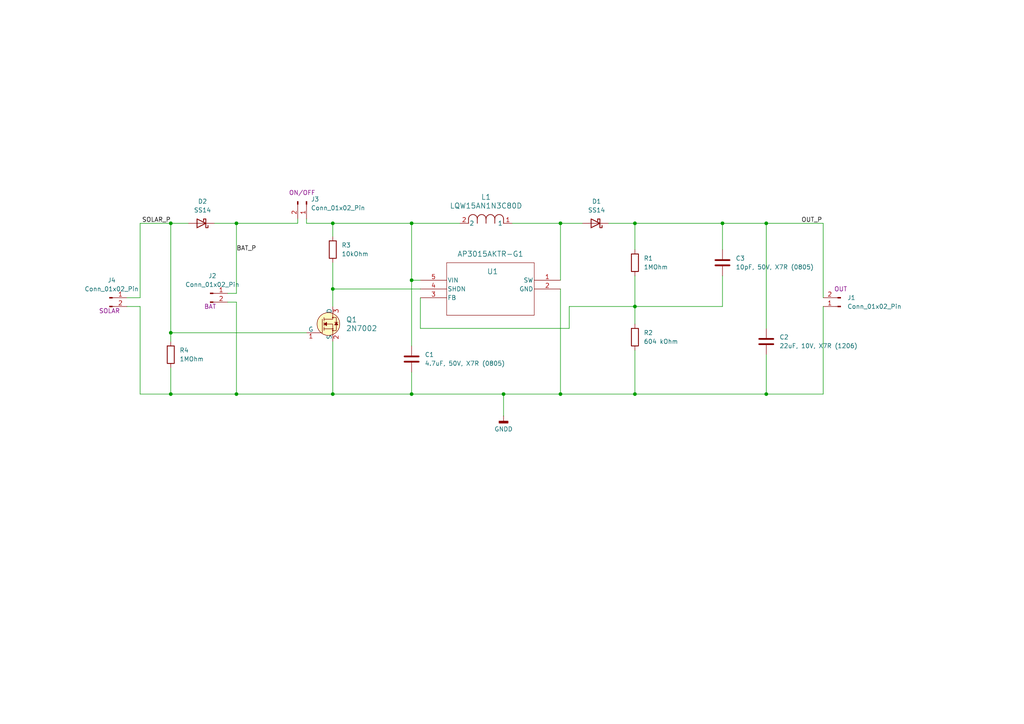
<source format=kicad_sch>
(kicad_sch
	(version 20250114)
	(generator "eeschema")
	(generator_version "9.0")
	(uuid "3860ab2f-ca5c-47a6-8c1c-d00d3bf2fca7")
	(paper "A4")
	(title_block
		(title "Elektor's Solar Power Supply")
		(date "2025-12-09")
		(company "YUKESH.S 2024104010")
		(comment 1 "Redesigning Tiny Solar Power Supply")
		(comment 2 "Designed by Clemens Valens for Elektor for Kicad Like pro.")
	)
	(lib_symbols
		(symbol "2025-12-05_18-22-29:LQW15AN1N3C80D"
			(pin_names
				(offset 0.254)
			)
			(exclude_from_sim no)
			(in_bom yes)
			(on_board yes)
			(property "Reference" "L"
				(at 6.985 5.08 0)
				(effects
					(font
						(size 1.524 1.524)
					)
				)
			)
			(property "Value" "LQW15AN1N3C80D"
				(at 6.985 -2.54 0)
				(effects
					(font
						(size 1.524 1.524)
					)
				)
			)
			(property "Footprint" "IND_LQW15_MUR"
				(at 0 0 0)
				(effects
					(font
						(size 1.27 1.27)
						(italic yes)
					)
					(hide yes)
				)
			)
			(property "Datasheet" "LQW15AN1N3C80D"
				(at 0 0 0)
				(effects
					(font
						(size 1.27 1.27)
						(italic yes)
					)
					(hide yes)
				)
			)
			(property "Description" ""
				(at 0 0 0)
				(effects
					(font
						(size 1.27 1.27)
					)
					(hide yes)
				)
			)
			(property "ki_locked" ""
				(at 0 0 0)
				(effects
					(font
						(size 1.27 1.27)
					)
				)
			)
			(property "ki_keywords" "LQW15AN1N3C80D"
				(at 0 0 0)
				(effects
					(font
						(size 1.27 1.27)
					)
					(hide yes)
				)
			)
			(property "ki_fp_filters" "IND_LQW15_MUR IND_LQW15_MUR-M IND_LQW15_MUR-L"
				(at 0 0 0)
				(effects
					(font
						(size 1.27 1.27)
					)
					(hide yes)
				)
			)
			(symbol "LQW15AN1N3C80D_1_1"
				(polyline
					(pts
						(xy 2.54 0) (xy 2.54 1.27)
					)
					(stroke
						(width 0.2032)
						(type default)
					)
					(fill
						(type none)
					)
				)
				(arc
					(start 2.54 1.27)
					(mid 3.81 2.5344)
					(end 5.08 1.27)
					(stroke
						(width 0.2032)
						(type default)
					)
					(fill
						(type none)
					)
				)
				(polyline
					(pts
						(xy 5.08 0) (xy 5.08 1.27)
					)
					(stroke
						(width 0.2032)
						(type default)
					)
					(fill
						(type none)
					)
				)
				(arc
					(start 5.08 1.27)
					(mid 6.35 2.5344)
					(end 7.62 1.27)
					(stroke
						(width 0.2032)
						(type default)
					)
					(fill
						(type none)
					)
				)
				(polyline
					(pts
						(xy 7.62 0) (xy 7.62 1.27)
					)
					(stroke
						(width 0.2032)
						(type default)
					)
					(fill
						(type none)
					)
				)
				(arc
					(start 7.62 1.27)
					(mid 8.89 2.5344)
					(end 10.16 1.27)
					(stroke
						(width 0.2032)
						(type default)
					)
					(fill
						(type none)
					)
				)
				(polyline
					(pts
						(xy 10.16 0) (xy 10.16 1.27)
					)
					(stroke
						(width 0.2032)
						(type default)
					)
					(fill
						(type none)
					)
				)
				(arc
					(start 10.16 1.27)
					(mid 11.43 2.5344)
					(end 12.7 1.27)
					(stroke
						(width 0.2032)
						(type default)
					)
					(fill
						(type none)
					)
				)
				(polyline
					(pts
						(xy 12.7 0) (xy 12.7 1.27)
					)
					(stroke
						(width 0.2032)
						(type default)
					)
					(fill
						(type none)
					)
				)
				(pin passive line
					(at 0 0 0)
					(length 2.54)
					(name "2"
						(effects
							(font
								(size 1.27 1.27)
							)
						)
					)
					(number "2"
						(effects
							(font
								(size 1.27 1.27)
							)
						)
					)
				)
				(pin passive line
					(at 15.24 0 180)
					(length 2.54)
					(name "1"
						(effects
							(font
								(size 1.27 1.27)
							)
						)
					)
					(number "1"
						(effects
							(font
								(size 1.27 1.27)
							)
						)
					)
				)
			)
			(symbol "LQW15AN1N3C80D_1_2"
				(arc
					(start -1.27 10.16)
					(mid -2.5344 11.43)
					(end -1.27 12.7)
					(stroke
						(width 0.2032)
						(type default)
					)
					(fill
						(type none)
					)
				)
				(arc
					(start -1.27 7.62)
					(mid -2.5344 8.89)
					(end -1.27 10.16)
					(stroke
						(width 0.2032)
						(type default)
					)
					(fill
						(type none)
					)
				)
				(arc
					(start -1.27 5.08)
					(mid -2.5344 6.35)
					(end -1.27 7.62)
					(stroke
						(width 0.2032)
						(type default)
					)
					(fill
						(type none)
					)
				)
				(arc
					(start -1.27 2.54)
					(mid -2.5344 3.81)
					(end -1.27 5.08)
					(stroke
						(width 0.2032)
						(type default)
					)
					(fill
						(type none)
					)
				)
				(polyline
					(pts
						(xy 0 12.7) (xy -1.27 12.7)
					)
					(stroke
						(width 0.2032)
						(type default)
					)
					(fill
						(type none)
					)
				)
				(polyline
					(pts
						(xy 0 10.16) (xy -1.27 10.16)
					)
					(stroke
						(width 0.2032)
						(type default)
					)
					(fill
						(type none)
					)
				)
				(polyline
					(pts
						(xy 0 7.62) (xy -1.27 7.62)
					)
					(stroke
						(width 0.2032)
						(type default)
					)
					(fill
						(type none)
					)
				)
				(polyline
					(pts
						(xy 0 5.08) (xy -1.27 5.08)
					)
					(stroke
						(width 0.2032)
						(type default)
					)
					(fill
						(type none)
					)
				)
				(polyline
					(pts
						(xy 0 2.54) (xy -1.27 2.54)
					)
					(stroke
						(width 0.2032)
						(type default)
					)
					(fill
						(type none)
					)
				)
				(pin unspecified line
					(at 0 15.24 270)
					(length 2.54)
					(name "1"
						(effects
							(font
								(size 1.27 1.27)
							)
						)
					)
					(number "1"
						(effects
							(font
								(size 1.27 1.27)
							)
						)
					)
				)
				(pin unspecified line
					(at 0 0 90)
					(length 2.54)
					(name "2"
						(effects
							(font
								(size 1.27 1.27)
							)
						)
					)
					(number "2"
						(effects
							(font
								(size 1.27 1.27)
							)
						)
					)
				)
			)
			(embedded_fonts no)
		)
		(symbol "2025-12-06_02-53-56:AP3015AKTR-G1"
			(pin_names
				(offset 0.254)
			)
			(exclude_from_sim no)
			(in_bom yes)
			(on_board yes)
			(property "Reference" "U1"
				(at 19.685 2.54 0)
				(effects
					(font
						(size 1.524 1.524)
					)
				)
			)
			(property "Value" "AP3015AKTR-G1"
				(at 20.32 7.62 0)
				(effects
					(font
						(size 1.524 1.524)
					)
				)
			)
			(property "Footprint" "footprints:SOT23-5_1P55X2P9_DIO"
				(at 0 0 0)
				(effects
					(font
						(size 1.27 1.27)
						(italic yes)
					)
					(hide yes)
				)
			)
			(property "Datasheet" "AP3015AKTR-G1"
				(at 0 0 0)
				(effects
					(font
						(size 1.27 1.27)
						(italic yes)
					)
					(hide yes)
				)
			)
			(property "Description" ""
				(at 0 0 0)
				(effects
					(font
						(size 1.27 1.27)
					)
					(hide yes)
				)
			)
			(property "ki_locked" ""
				(at 0 0 0)
				(effects
					(font
						(size 1.27 1.27)
					)
				)
			)
			(property "ki_keywords" "AP3015AKTR-G1"
				(at 0 0 0)
				(effects
					(font
						(size 1.27 1.27)
					)
					(hide yes)
				)
			)
			(property "ki_fp_filters" "SOT23-5_1P55X2P9_DIO SOT23-5_1P55X2P9_DIO-M SOT23-5_1P55X2P9_DIO-L"
				(at 0 0 0)
				(effects
					(font
						(size 1.27 1.27)
					)
					(hide yes)
				)
			)
			(symbol "AP3015AKTR-G1_0_1"
				(polyline
					(pts
						(xy 7.62 5.08) (xy 7.62 -10.16)
					)
					(stroke
						(width 0.127)
						(type default)
					)
					(fill
						(type none)
					)
				)
				(polyline
					(pts
						(xy 7.62 -10.16) (xy 33.02 -10.16)
					)
					(stroke
						(width 0.127)
						(type default)
					)
					(fill
						(type none)
					)
				)
				(polyline
					(pts
						(xy 33.02 5.08) (xy 7.62 5.08)
					)
					(stroke
						(width 0.127)
						(type default)
					)
					(fill
						(type none)
					)
				)
				(polyline
					(pts
						(xy 33.02 -10.16) (xy 33.02 5.08)
					)
					(stroke
						(width 0.127)
						(type default)
					)
					(fill
						(type none)
					)
				)
				(pin output line
					(at 0 0 0)
					(length 7.62)
					(name "SW"
						(effects
							(font
								(size 1.27 1.27)
							)
						)
					)
					(number "1"
						(effects
							(font
								(size 1.27 1.27)
							)
						)
					)
				)
				(pin power_out line
					(at 0 -2.54 0)
					(length 7.62)
					(name "GND"
						(effects
							(font
								(size 1.27 1.27)
							)
						)
					)
					(number "2"
						(effects
							(font
								(size 1.27 1.27)
							)
						)
					)
				)
				(pin input line
					(at 40.64 0 180)
					(length 7.62)
					(name "VIN"
						(effects
							(font
								(size 1.27 1.27)
							)
						)
					)
					(number "5"
						(effects
							(font
								(size 1.27 1.27)
							)
						)
					)
				)
				(pin input line
					(at 40.64 -2.54 180)
					(length 7.62)
					(name "SHDN"
						(effects
							(font
								(size 1.27 1.27)
							)
						)
					)
					(number "4"
						(effects
							(font
								(size 1.27 1.27)
							)
						)
					)
				)
				(pin input line
					(at 40.64 -5.08 180)
					(length 7.62)
					(name "FB"
						(effects
							(font
								(size 1.27 1.27)
							)
						)
					)
					(number "3"
						(effects
							(font
								(size 1.27 1.27)
							)
						)
					)
				)
			)
			(embedded_fonts no)
		)
		(symbol "Connector:Conn_01x02_Pin"
			(pin_names
				(offset 1.016)
				(hide yes)
			)
			(exclude_from_sim no)
			(in_bom yes)
			(on_board yes)
			(property "Reference" "J"
				(at 0 2.54 0)
				(effects
					(font
						(size 1.27 1.27)
					)
				)
			)
			(property "Value" "Conn_01x02_Pin"
				(at 0 -5.08 0)
				(effects
					(font
						(size 1.27 1.27)
					)
				)
			)
			(property "Footprint" ""
				(at 0 0 0)
				(effects
					(font
						(size 1.27 1.27)
					)
					(hide yes)
				)
			)
			(property "Datasheet" "~"
				(at 0 0 0)
				(effects
					(font
						(size 1.27 1.27)
					)
					(hide yes)
				)
			)
			(property "Description" "Generic connector, single row, 01x02, script generated"
				(at 0 0 0)
				(effects
					(font
						(size 1.27 1.27)
					)
					(hide yes)
				)
			)
			(property "ki_locked" ""
				(at 0 0 0)
				(effects
					(font
						(size 1.27 1.27)
					)
				)
			)
			(property "ki_keywords" "connector"
				(at 0 0 0)
				(effects
					(font
						(size 1.27 1.27)
					)
					(hide yes)
				)
			)
			(property "ki_fp_filters" "Connector*:*_1x??_*"
				(at 0 0 0)
				(effects
					(font
						(size 1.27 1.27)
					)
					(hide yes)
				)
			)
			(symbol "Conn_01x02_Pin_1_1"
				(rectangle
					(start 0.8636 0.127)
					(end 0 -0.127)
					(stroke
						(width 0.1524)
						(type default)
					)
					(fill
						(type outline)
					)
				)
				(rectangle
					(start 0.8636 -2.413)
					(end 0 -2.667)
					(stroke
						(width 0.1524)
						(type default)
					)
					(fill
						(type outline)
					)
				)
				(polyline
					(pts
						(xy 1.27 0) (xy 0.8636 0)
					)
					(stroke
						(width 0.1524)
						(type default)
					)
					(fill
						(type none)
					)
				)
				(polyline
					(pts
						(xy 1.27 -2.54) (xy 0.8636 -2.54)
					)
					(stroke
						(width 0.1524)
						(type default)
					)
					(fill
						(type none)
					)
				)
				(pin passive line
					(at 5.08 0 180)
					(length 3.81)
					(name "Pin_1"
						(effects
							(font
								(size 1.27 1.27)
							)
						)
					)
					(number "1"
						(effects
							(font
								(size 1.27 1.27)
							)
						)
					)
				)
				(pin passive line
					(at 5.08 -2.54 180)
					(length 3.81)
					(name "Pin_2"
						(effects
							(font
								(size 1.27 1.27)
							)
						)
					)
					(number "2"
						(effects
							(font
								(size 1.27 1.27)
							)
						)
					)
				)
			)
			(embedded_fonts no)
		)
		(symbol "Device:C"
			(pin_numbers
				(hide yes)
			)
			(pin_names
				(offset 0.254)
			)
			(exclude_from_sim no)
			(in_bom yes)
			(on_board yes)
			(property "Reference" "C"
				(at 0.635 2.54 0)
				(effects
					(font
						(size 1.27 1.27)
					)
					(justify left)
				)
			)
			(property "Value" "C"
				(at 0.635 -2.54 0)
				(effects
					(font
						(size 1.27 1.27)
					)
					(justify left)
				)
			)
			(property "Footprint" ""
				(at 0.9652 -3.81 0)
				(effects
					(font
						(size 1.27 1.27)
					)
					(hide yes)
				)
			)
			(property "Datasheet" "~"
				(at 0 0 0)
				(effects
					(font
						(size 1.27 1.27)
					)
					(hide yes)
				)
			)
			(property "Description" "Unpolarized capacitor"
				(at 0 0 0)
				(effects
					(font
						(size 1.27 1.27)
					)
					(hide yes)
				)
			)
			(property "ki_keywords" "cap capacitor"
				(at 0 0 0)
				(effects
					(font
						(size 1.27 1.27)
					)
					(hide yes)
				)
			)
			(property "ki_fp_filters" "C_*"
				(at 0 0 0)
				(effects
					(font
						(size 1.27 1.27)
					)
					(hide yes)
				)
			)
			(symbol "C_0_1"
				(polyline
					(pts
						(xy -2.032 0.762) (xy 2.032 0.762)
					)
					(stroke
						(width 0.508)
						(type default)
					)
					(fill
						(type none)
					)
				)
				(polyline
					(pts
						(xy -2.032 -0.762) (xy 2.032 -0.762)
					)
					(stroke
						(width 0.508)
						(type default)
					)
					(fill
						(type none)
					)
				)
			)
			(symbol "C_1_1"
				(pin passive line
					(at 0 3.81 270)
					(length 2.794)
					(name "~"
						(effects
							(font
								(size 1.27 1.27)
							)
						)
					)
					(number "1"
						(effects
							(font
								(size 1.27 1.27)
							)
						)
					)
				)
				(pin passive line
					(at 0 -3.81 90)
					(length 2.794)
					(name "~"
						(effects
							(font
								(size 1.27 1.27)
							)
						)
					)
					(number "2"
						(effects
							(font
								(size 1.27 1.27)
							)
						)
					)
				)
			)
			(embedded_fonts no)
		)
		(symbol "Device:R"
			(pin_numbers
				(hide yes)
			)
			(pin_names
				(offset 0)
			)
			(exclude_from_sim no)
			(in_bom yes)
			(on_board yes)
			(property "Reference" "R"
				(at 2.032 0 90)
				(effects
					(font
						(size 1.27 1.27)
					)
				)
			)
			(property "Value" "R"
				(at 0 0 90)
				(effects
					(font
						(size 1.27 1.27)
					)
				)
			)
			(property "Footprint" ""
				(at -1.778 0 90)
				(effects
					(font
						(size 1.27 1.27)
					)
					(hide yes)
				)
			)
			(property "Datasheet" "~"
				(at 0 0 0)
				(effects
					(font
						(size 1.27 1.27)
					)
					(hide yes)
				)
			)
			(property "Description" "Resistor"
				(at 0 0 0)
				(effects
					(font
						(size 1.27 1.27)
					)
					(hide yes)
				)
			)
			(property "ki_keywords" "R res resistor"
				(at 0 0 0)
				(effects
					(font
						(size 1.27 1.27)
					)
					(hide yes)
				)
			)
			(property "ki_fp_filters" "R_*"
				(at 0 0 0)
				(effects
					(font
						(size 1.27 1.27)
					)
					(hide yes)
				)
			)
			(symbol "R_0_1"
				(rectangle
					(start -1.016 -2.54)
					(end 1.016 2.54)
					(stroke
						(width 0.254)
						(type default)
					)
					(fill
						(type none)
					)
				)
			)
			(symbol "R_1_1"
				(pin passive line
					(at 0 3.81 270)
					(length 1.27)
					(name "~"
						(effects
							(font
								(size 1.27 1.27)
							)
						)
					)
					(number "1"
						(effects
							(font
								(size 1.27 1.27)
							)
						)
					)
				)
				(pin passive line
					(at 0 -3.81 90)
					(length 1.27)
					(name "~"
						(effects
							(font
								(size 1.27 1.27)
							)
						)
					)
					(number "2"
						(effects
							(font
								(size 1.27 1.27)
							)
						)
					)
				)
			)
			(embedded_fonts no)
		)
		(symbol "Diode:SS14"
			(pin_numbers
				(hide yes)
			)
			(pin_names
				(offset 1.016)
				(hide yes)
			)
			(exclude_from_sim no)
			(in_bom yes)
			(on_board yes)
			(property "Reference" "D"
				(at 0 2.54 0)
				(effects
					(font
						(size 1.27 1.27)
					)
				)
			)
			(property "Value" "SS14"
				(at 0 -2.54 0)
				(effects
					(font
						(size 1.27 1.27)
					)
				)
			)
			(property "Footprint" "Diode_SMD:D_SMA"
				(at 0 -4.445 0)
				(effects
					(font
						(size 1.27 1.27)
					)
					(hide yes)
				)
			)
			(property "Datasheet" "https://www.vishay.com/docs/88746/ss12.pdf"
				(at 0 0 0)
				(effects
					(font
						(size 1.27 1.27)
					)
					(hide yes)
				)
			)
			(property "Description" "40V 1A Schottky Diode, SMA"
				(at 0 0 0)
				(effects
					(font
						(size 1.27 1.27)
					)
					(hide yes)
				)
			)
			(property "ki_keywords" "diode Schottky"
				(at 0 0 0)
				(effects
					(font
						(size 1.27 1.27)
					)
					(hide yes)
				)
			)
			(property "ki_fp_filters" "D*SMA*"
				(at 0 0 0)
				(effects
					(font
						(size 1.27 1.27)
					)
					(hide yes)
				)
			)
			(symbol "SS14_0_1"
				(polyline
					(pts
						(xy -1.905 0.635) (xy -1.905 1.27) (xy -1.27 1.27) (xy -1.27 -1.27) (xy -0.635 -1.27) (xy -0.635 -0.635)
					)
					(stroke
						(width 0.254)
						(type default)
					)
					(fill
						(type none)
					)
				)
				(polyline
					(pts
						(xy 1.27 1.27) (xy 1.27 -1.27) (xy -1.27 0) (xy 1.27 1.27)
					)
					(stroke
						(width 0.254)
						(type default)
					)
					(fill
						(type none)
					)
				)
				(polyline
					(pts
						(xy 1.27 0) (xy -1.27 0)
					)
					(stroke
						(width 0)
						(type default)
					)
					(fill
						(type none)
					)
				)
			)
			(symbol "SS14_1_1"
				(pin passive line
					(at -3.81 0 0)
					(length 2.54)
					(name "K"
						(effects
							(font
								(size 1.27 1.27)
							)
						)
					)
					(number "1"
						(effects
							(font
								(size 1.27 1.27)
							)
						)
					)
				)
				(pin passive line
					(at 3.81 0 180)
					(length 2.54)
					(name "A"
						(effects
							(font
								(size 1.27 1.27)
							)
						)
					)
					(number "2"
						(effects
							(font
								(size 1.27 1.27)
							)
						)
					)
				)
			)
			(embedded_fonts no)
		)
		(symbol "dk_Transistors-FETs-MOSFETs-Single:2N7002"
			(pin_names
				(offset 0)
			)
			(exclude_from_sim no)
			(in_bom yes)
			(on_board yes)
			(property "Reference" "Q"
				(at -2.6924 3.6322 0)
				(effects
					(font
						(size 1.524 1.524)
					)
					(justify right)
				)
			)
			(property "Value" "2N7002"
				(at 3.4544 0 90)
				(effects
					(font
						(size 1.524 1.524)
					)
				)
			)
			(property "Footprint" "digikey-footprints:SOT-23-3"
				(at 5.08 5.08 0)
				(effects
					(font
						(size 1.524 1.524)
					)
					(justify left)
					(hide yes)
				)
			)
			(property "Datasheet" "https://www.onsemi.com/pub/Collateral/NDS7002A-D.PDF"
				(at 5.08 7.62 0)
				(effects
					(font
						(size 1.524 1.524)
					)
					(justify left)
					(hide yes)
				)
			)
			(property "Description" "MOSFET N-CH 60V 115MA SOT-23"
				(at 0 0 0)
				(effects
					(font
						(size 1.27 1.27)
					)
					(hide yes)
				)
			)
			(property "Digi-Key_PN" "2N7002NCT-ND"
				(at 5.08 10.16 0)
				(effects
					(font
						(size 1.524 1.524)
					)
					(justify left)
					(hide yes)
				)
			)
			(property "MPN" "2N7002"
				(at 5.08 12.7 0)
				(effects
					(font
						(size 1.524 1.524)
					)
					(justify left)
					(hide yes)
				)
			)
			(property "Category" "Discrete Semiconductor Products"
				(at 5.08 15.24 0)
				(effects
					(font
						(size 1.524 1.524)
					)
					(justify left)
					(hide yes)
				)
			)
			(property "Family" "Transistors - FETs, MOSFETs - Single"
				(at 5.08 17.78 0)
				(effects
					(font
						(size 1.524 1.524)
					)
					(justify left)
					(hide yes)
				)
			)
			(property "DK_Datasheet_Link" "https://www.onsemi.com/pub/Collateral/NDS7002A-D.PDF"
				(at 5.08 20.32 0)
				(effects
					(font
						(size 1.524 1.524)
					)
					(justify left)
					(hide yes)
				)
			)
			(property "DK_Detail_Page" "/product-detail/en/on-semiconductor/2N7002/2N7002NCT-ND/244664"
				(at 5.08 22.86 0)
				(effects
					(font
						(size 1.524 1.524)
					)
					(justify left)
					(hide yes)
				)
			)
			(property "Description_1" "MOSFET N-CH 60V 115MA SOT-23"
				(at 5.08 25.4 0)
				(effects
					(font
						(size 1.524 1.524)
					)
					(justify left)
					(hide yes)
				)
			)
			(property "Manufacturer" "ON Semiconductor"
				(at 5.08 27.94 0)
				(effects
					(font
						(size 1.524 1.524)
					)
					(justify left)
					(hide yes)
				)
			)
			(property "Status" "Active"
				(at 5.08 30.48 0)
				(effects
					(font
						(size 1.524 1.524)
					)
					(justify left)
					(hide yes)
				)
			)
			(property "ki_keywords" "2N7002NCT-ND"
				(at 0 0 0)
				(effects
					(font
						(size 1.27 1.27)
					)
					(hide yes)
				)
			)
			(symbol "2N7002_0_1"
				(polyline
					(pts
						(xy -5.08 -2.54) (xy -3.048 -2.54) (xy -3.048 1.397)
					)
					(stroke
						(width 0)
						(type solid)
					)
					(fill
						(type none)
					)
				)
				(circle
					(center -1.27 0)
					(radius 3.302)
					(stroke
						(width 0)
						(type solid)
					)
					(fill
						(type background)
					)
				)
				(polyline
					(pts
						(xy -0.127 -1.905) (xy 1.016 -1.905) (xy 1.016 1.397) (xy 1.016 1.905) (xy -0.127 1.905)
					)
					(stroke
						(width 0)
						(type solid)
					)
					(fill
						(type none)
					)
				)
				(polyline
					(pts
						(xy 0 2.54) (xy 0 1.397) (xy -2.54 1.397)
					)
					(stroke
						(width 0)
						(type solid)
					)
					(fill
						(type none)
					)
				)
				(circle
					(center 0 1.905)
					(radius 0.127)
					(stroke
						(width 0)
						(type solid)
					)
					(fill
						(type none)
					)
				)
				(polyline
					(pts
						(xy 0 -1.397) (xy -2.54 -1.397)
					)
					(stroke
						(width 0)
						(type solid)
					)
					(fill
						(type none)
					)
				)
				(circle
					(center 0 -1.397)
					(radius 0.127)
					(stroke
						(width 0)
						(type solid)
					)
					(fill
						(type none)
					)
				)
				(circle
					(center 0 -1.905)
					(radius 0.127)
					(stroke
						(width 0)
						(type solid)
					)
					(fill
						(type none)
					)
				)
				(polyline
					(pts
						(xy 0 -2.54) (xy 0 0) (xy -2.54 0)
					)
					(stroke
						(width 0)
						(type solid)
					)
					(fill
						(type none)
					)
				)
			)
			(symbol "2N7002_1_1"
				(polyline
					(pts
						(xy -2.54 1.905) (xy -2.54 0.889)
					)
					(stroke
						(width 0)
						(type solid)
					)
					(fill
						(type none)
					)
				)
				(polyline
					(pts
						(xy -2.54 0) (xy -2.54 0.508)
					)
					(stroke
						(width 0)
						(type solid)
					)
					(fill
						(type none)
					)
				)
				(polyline
					(pts
						(xy -2.54 0) (xy -2.54 -0.508)
					)
					(stroke
						(width 0)
						(type solid)
					)
					(fill
						(type none)
					)
				)
				(polyline
					(pts
						(xy -2.54 0) (xy -1.778 0.508) (xy -1.778 -0.508) (xy -2.54 0)
					)
					(stroke
						(width 0)
						(type solid)
					)
					(fill
						(type outline)
					)
				)
				(polyline
					(pts
						(xy -2.54 -1.397) (xy -2.54 -0.889)
					)
					(stroke
						(width 0)
						(type solid)
					)
					(fill
						(type none)
					)
				)
				(polyline
					(pts
						(xy -2.54 -1.397) (xy -2.54 -1.905)
					)
					(stroke
						(width 0)
						(type solid)
					)
					(fill
						(type none)
					)
				)
				(polyline
					(pts
						(xy 1.016 0.508) (xy 0.508 -0.254) (xy 1.524 -0.254) (xy 1.016 0.508)
					)
					(stroke
						(width 0)
						(type solid)
					)
					(fill
						(type outline)
					)
				)
				(polyline
					(pts
						(xy 1.524 0.508) (xy 0.508 0.508)
					)
					(stroke
						(width 0)
						(type solid)
					)
					(fill
						(type none)
					)
				)
				(pin bidirectional line
					(at -7.62 -2.54 0)
					(length 2.54)
					(name "G"
						(effects
							(font
								(size 1.27 1.27)
							)
						)
					)
					(number "1"
						(effects
							(font
								(size 1.27 1.27)
							)
						)
					)
				)
				(pin bidirectional line
					(at 0 5.08 270)
					(length 2.54)
					(name "D"
						(effects
							(font
								(size 1.27 1.27)
							)
						)
					)
					(number "3"
						(effects
							(font
								(size 1.27 1.27)
							)
						)
					)
				)
				(pin bidirectional line
					(at 0 -5.08 90)
					(length 2.54)
					(name "S"
						(effects
							(font
								(size 1.27 1.27)
							)
						)
					)
					(number "2"
						(effects
							(font
								(size 1.27 1.27)
							)
						)
					)
				)
			)
			(embedded_fonts no)
		)
		(symbol "power:GNDD"
			(power)
			(pin_numbers
				(hide yes)
			)
			(pin_names
				(offset 0)
				(hide yes)
			)
			(exclude_from_sim no)
			(in_bom yes)
			(on_board yes)
			(property "Reference" "#PWR"
				(at 0 -6.35 0)
				(effects
					(font
						(size 1.27 1.27)
					)
					(hide yes)
				)
			)
			(property "Value" "GNDD"
				(at 0 -3.175 0)
				(effects
					(font
						(size 1.27 1.27)
					)
				)
			)
			(property "Footprint" ""
				(at 0 0 0)
				(effects
					(font
						(size 1.27 1.27)
					)
					(hide yes)
				)
			)
			(property "Datasheet" ""
				(at 0 0 0)
				(effects
					(font
						(size 1.27 1.27)
					)
					(hide yes)
				)
			)
			(property "Description" "Power symbol creates a global label with name \"GNDD\" , digital ground"
				(at 0 0 0)
				(effects
					(font
						(size 1.27 1.27)
					)
					(hide yes)
				)
			)
			(property "ki_keywords" "global power"
				(at 0 0 0)
				(effects
					(font
						(size 1.27 1.27)
					)
					(hide yes)
				)
			)
			(symbol "GNDD_0_1"
				(rectangle
					(start -1.27 -1.524)
					(end 1.27 -2.032)
					(stroke
						(width 0.254)
						(type default)
					)
					(fill
						(type outline)
					)
				)
				(polyline
					(pts
						(xy 0 0) (xy 0 -1.524)
					)
					(stroke
						(width 0)
						(type default)
					)
					(fill
						(type none)
					)
				)
			)
			(symbol "GNDD_1_1"
				(pin power_in line
					(at 0 0 270)
					(length 0)
					(name "~"
						(effects
							(font
								(size 1.27 1.27)
							)
						)
					)
					(number "1"
						(effects
							(font
								(size 1.27 1.27)
							)
						)
					)
				)
			)
			(embedded_fonts no)
		)
	)
	(junction
		(at 68.58 64.77)
		(diameter 0)
		(color 0 0 0 0)
		(uuid "0260e66a-e147-4150-8c89-0d7478da9963")
	)
	(junction
		(at 68.58 114.3)
		(diameter 0)
		(color 0 0 0 0)
		(uuid "07223bda-3624-487c-9e65-9125e3e7d158")
	)
	(junction
		(at 96.52 64.77)
		(diameter 0)
		(color 0 0 0 0)
		(uuid "0aebb192-91fd-48a4-a7fd-60999a75d8b9")
	)
	(junction
		(at 222.25 114.3)
		(diameter 0)
		(color 0 0 0 0)
		(uuid "0f780dba-431b-4a74-acf7-dc5305ccfc8c")
	)
	(junction
		(at 119.38 114.3)
		(diameter 0)
		(color 0 0 0 0)
		(uuid "12a7a1dc-72b6-4e18-b8de-52e4a3e5ddfc")
	)
	(junction
		(at 209.55 64.77)
		(diameter 0)
		(color 0 0 0 0)
		(uuid "28220eb8-1f1e-4ffb-bc1a-9b3632cf38f7")
	)
	(junction
		(at 184.15 114.3)
		(diameter 0)
		(color 0 0 0 0)
		(uuid "318a88c8-3ad3-4b77-927f-1f00c81c3cbe")
	)
	(junction
		(at 162.56 114.3)
		(diameter 0)
		(color 0 0 0 0)
		(uuid "34d51830-1e8b-405c-8c69-e215c4f5db4b")
	)
	(junction
		(at 49.53 96.52)
		(diameter 0)
		(color 0 0 0 0)
		(uuid "46170d44-7de3-42d6-a583-83def597d6f6")
	)
	(junction
		(at 162.56 64.77)
		(diameter 0)
		(color 0 0 0 0)
		(uuid "4f899bf5-f043-4625-b9db-9efab2835749")
	)
	(junction
		(at 96.52 114.3)
		(diameter 0)
		(color 0 0 0 0)
		(uuid "64261247-fbea-4514-a358-455dc177e347")
	)
	(junction
		(at 119.38 81.28)
		(diameter 0)
		(color 0 0 0 0)
		(uuid "80da9b57-500a-4567-914e-d59f21189ade")
	)
	(junction
		(at 96.52 83.82)
		(diameter 0)
		(color 0 0 0 0)
		(uuid "8409ddcc-d9f0-460f-8ff8-0722a2eb8e63")
	)
	(junction
		(at 184.15 64.77)
		(diameter 0)
		(color 0 0 0 0)
		(uuid "899f8992-a4e4-4656-ab37-cbe33fdfa8e8")
	)
	(junction
		(at 49.53 114.3)
		(diameter 0)
		(color 0 0 0 0)
		(uuid "a10c270a-05a0-48e5-830e-d3fe029d0eba")
	)
	(junction
		(at 119.38 64.77)
		(diameter 0)
		(color 0 0 0 0)
		(uuid "b3cdb962-125f-43fb-afbb-4da04044cd17")
	)
	(junction
		(at 49.53 64.77)
		(diameter 0)
		(color 0 0 0 0)
		(uuid "b7ed5d44-469c-4f47-b2ea-06d425e023e5")
	)
	(junction
		(at 222.25 64.77)
		(diameter 0)
		(color 0 0 0 0)
		(uuid "c04ea6ce-fd00-41b8-af6e-e09a78f61b74")
	)
	(junction
		(at 184.15 88.9)
		(diameter 0)
		(color 0 0 0 0)
		(uuid "d6f8a6b3-89dd-44a9-8eed-598e728954bc")
	)
	(junction
		(at 146.05 114.3)
		(diameter 0)
		(color 0 0 0 0)
		(uuid "f501948d-66e1-4830-ad82-cf48d8b020fc")
	)
	(wire
		(pts
			(xy 222.25 114.3) (xy 184.15 114.3)
		)
		(stroke
			(width 0)
			(type default)
		)
		(uuid "037354c8-c5a1-495e-9cee-357d85c75335")
	)
	(wire
		(pts
			(xy 119.38 81.28) (xy 119.38 64.77)
		)
		(stroke
			(width 0)
			(type default)
		)
		(uuid "046d2188-47d9-432e-b8e4-08986849877b")
	)
	(wire
		(pts
			(xy 68.58 85.09) (xy 68.58 64.77)
		)
		(stroke
			(width 0)
			(type default)
		)
		(uuid "072bba4b-063d-4246-9af7-b299aa205c8f")
	)
	(wire
		(pts
			(xy 40.64 86.36) (xy 36.83 86.36)
		)
		(stroke
			(width 0)
			(type default)
		)
		(uuid "0a6b02d9-6e30-4489-aaa3-a0c5305ce0c4")
	)
	(wire
		(pts
			(xy 119.38 114.3) (xy 146.05 114.3)
		)
		(stroke
			(width 0)
			(type default)
		)
		(uuid "0fadea44-d573-4a88-a40c-d6d0983e8338")
	)
	(wire
		(pts
			(xy 148.59 64.77) (xy 162.56 64.77)
		)
		(stroke
			(width 0)
			(type default)
		)
		(uuid "10071531-1b6e-4510-8ee8-973dce129e51")
	)
	(wire
		(pts
			(xy 162.56 83.82) (xy 162.56 114.3)
		)
		(stroke
			(width 0)
			(type default)
		)
		(uuid "15f78160-70e0-413f-86f0-256afa361173")
	)
	(wire
		(pts
			(xy 88.9 64.77) (xy 96.52 64.77)
		)
		(stroke
			(width 0)
			(type default)
		)
		(uuid "16f45927-2ec5-44c6-b897-5afa3e1ea8c6")
	)
	(wire
		(pts
			(xy 40.64 114.3) (xy 49.53 114.3)
		)
		(stroke
			(width 0)
			(type default)
		)
		(uuid "1a495a98-472a-4d9d-9209-96de460f3daa")
	)
	(wire
		(pts
			(xy 176.53 64.77) (xy 184.15 64.77)
		)
		(stroke
			(width 0)
			(type default)
		)
		(uuid "202bc84d-8c73-455d-801a-1043d4a1d157")
	)
	(wire
		(pts
			(xy 162.56 114.3) (xy 184.15 114.3)
		)
		(stroke
			(width 0)
			(type default)
		)
		(uuid "23d0aa89-d4b6-47cb-b479-e26ee68b89d2")
	)
	(wire
		(pts
			(xy 119.38 107.95) (xy 119.38 114.3)
		)
		(stroke
			(width 0)
			(type default)
		)
		(uuid "24e140f4-4ca9-492c-81be-ab84c0ee8d6b")
	)
	(wire
		(pts
			(xy 68.58 87.63) (xy 68.58 114.3)
		)
		(stroke
			(width 0)
			(type default)
		)
		(uuid "29f0a624-744b-4e30-b9f1-3f53bade4215")
	)
	(wire
		(pts
			(xy 238.76 88.9) (xy 238.76 114.3)
		)
		(stroke
			(width 0)
			(type default)
		)
		(uuid "2aa670cc-f4cd-4052-8873-aa6157cb9b1f")
	)
	(wire
		(pts
			(xy 40.64 88.9) (xy 36.83 88.9)
		)
		(stroke
			(width 0)
			(type default)
		)
		(uuid "2c7ece56-7fee-4e8b-844c-d6f183d7764f")
	)
	(wire
		(pts
			(xy 49.53 114.3) (xy 68.58 114.3)
		)
		(stroke
			(width 0)
			(type default)
		)
		(uuid "309db0f7-13e2-4a7e-ba11-400342276e93")
	)
	(wire
		(pts
			(xy 40.64 64.77) (xy 40.64 86.36)
		)
		(stroke
			(width 0)
			(type default)
		)
		(uuid "30a2d186-783b-44af-aeb8-e87cc12e1364")
	)
	(wire
		(pts
			(xy 209.55 72.39) (xy 209.55 64.77)
		)
		(stroke
			(width 0)
			(type default)
		)
		(uuid "391a68b7-164e-46af-b92c-2023e401ae7c")
	)
	(wire
		(pts
			(xy 96.52 76.2) (xy 96.52 83.82)
		)
		(stroke
			(width 0)
			(type default)
		)
		(uuid "3d5f68b8-82d0-4951-b4f2-03629db8b307")
	)
	(wire
		(pts
			(xy 86.36 64.77) (xy 86.36 63.5)
		)
		(stroke
			(width 0)
			(type default)
		)
		(uuid "44013a0c-d733-4d0c-888b-65bd52a2369d")
	)
	(wire
		(pts
			(xy 119.38 81.28) (xy 119.38 100.33)
		)
		(stroke
			(width 0)
			(type default)
		)
		(uuid "47c54cff-3b4e-4cac-bd35-22e81b287906")
	)
	(wire
		(pts
			(xy 66.04 85.09) (xy 68.58 85.09)
		)
		(stroke
			(width 0)
			(type default)
		)
		(uuid "4c52cdf5-8bf7-4f2c-b1f7-84f5760ac094")
	)
	(wire
		(pts
			(xy 68.58 114.3) (xy 96.52 114.3)
		)
		(stroke
			(width 0)
			(type default)
		)
		(uuid "4d9c1803-c3cb-41cb-8cc7-e4f7ca9aca56")
	)
	(wire
		(pts
			(xy 49.53 96.52) (xy 88.9 96.52)
		)
		(stroke
			(width 0)
			(type default)
		)
		(uuid "5006019d-b0ba-4f00-b381-51503acba243")
	)
	(wire
		(pts
			(xy 119.38 64.77) (xy 133.35 64.77)
		)
		(stroke
			(width 0)
			(type default)
		)
		(uuid "542f0ae1-dc75-49c3-99bf-1e3cfc7cfe21")
	)
	(wire
		(pts
			(xy 121.92 95.25) (xy 165.1 95.25)
		)
		(stroke
			(width 0)
			(type default)
		)
		(uuid "5c1e596b-b51d-4904-9290-99a52296a6a3")
	)
	(wire
		(pts
			(xy 209.55 64.77) (xy 184.15 64.77)
		)
		(stroke
			(width 0)
			(type default)
		)
		(uuid "5cef054b-9370-4465-80cb-819fb894307a")
	)
	(wire
		(pts
			(xy 165.1 95.25) (xy 165.1 88.9)
		)
		(stroke
			(width 0)
			(type default)
		)
		(uuid "5df63ba3-15bb-4d7c-85fc-1e95ccfbaeb8")
	)
	(wire
		(pts
			(xy 96.52 83.82) (xy 96.52 88.9)
		)
		(stroke
			(width 0)
			(type default)
		)
		(uuid "5f380ef0-fd72-4b1f-b3f8-7ceb8516195b")
	)
	(wire
		(pts
			(xy 222.25 102.87) (xy 222.25 114.3)
		)
		(stroke
			(width 0)
			(type default)
		)
		(uuid "60dd401c-a419-44cf-a09c-34c4204a19b6")
	)
	(wire
		(pts
			(xy 209.55 80.01) (xy 209.55 88.9)
		)
		(stroke
			(width 0)
			(type default)
		)
		(uuid "66ac98ba-0ed3-40a0-bec5-fb5d7653c971")
	)
	(wire
		(pts
			(xy 96.52 114.3) (xy 119.38 114.3)
		)
		(stroke
			(width 0)
			(type default)
		)
		(uuid "78be93c5-8dd2-4e1b-856c-ad61551f2c2d")
	)
	(wire
		(pts
			(xy 40.64 88.9) (xy 40.64 114.3)
		)
		(stroke
			(width 0)
			(type default)
		)
		(uuid "7a16b2b4-659c-475a-bb4a-aea35a60debd")
	)
	(wire
		(pts
			(xy 62.23 64.77) (xy 68.58 64.77)
		)
		(stroke
			(width 0)
			(type default)
		)
		(uuid "818aa36a-972b-4bc7-8c1e-f6c9b05f5439")
	)
	(wire
		(pts
			(xy 222.25 95.25) (xy 222.25 64.77)
		)
		(stroke
			(width 0)
			(type default)
		)
		(uuid "8394f850-4322-4dc2-9ef6-04c95134c2cf")
	)
	(wire
		(pts
			(xy 165.1 88.9) (xy 184.15 88.9)
		)
		(stroke
			(width 0)
			(type default)
		)
		(uuid "858c618b-893f-4edd-9712-c9a6e32086c7")
	)
	(wire
		(pts
			(xy 238.76 64.77) (xy 238.76 86.36)
		)
		(stroke
			(width 0)
			(type default)
		)
		(uuid "85e71666-c25f-412b-8570-2a52007aab99")
	)
	(wire
		(pts
			(xy 222.25 64.77) (xy 238.76 64.77)
		)
		(stroke
			(width 0)
			(type default)
		)
		(uuid "9ae2ff38-01ed-4b58-a89f-b8275cb8d4b5")
	)
	(wire
		(pts
			(xy 40.64 64.77) (xy 49.53 64.77)
		)
		(stroke
			(width 0)
			(type default)
		)
		(uuid "9b8a9da9-6066-4b9c-a582-56b8de7bf74d")
	)
	(wire
		(pts
			(xy 49.53 96.52) (xy 49.53 99.06)
		)
		(stroke
			(width 0)
			(type default)
		)
		(uuid "a7c28787-d7d0-4e7a-8670-1d77363d2a19")
	)
	(wire
		(pts
			(xy 96.52 64.77) (xy 96.52 68.58)
		)
		(stroke
			(width 0)
			(type default)
		)
		(uuid "a82ed65b-584e-4121-a64d-9c4c8da89e1f")
	)
	(wire
		(pts
			(xy 222.25 64.77) (xy 209.55 64.77)
		)
		(stroke
			(width 0)
			(type default)
		)
		(uuid "a99f5d52-f8b0-4b86-8230-87b94a48fa74")
	)
	(wire
		(pts
			(xy 238.76 114.3) (xy 222.25 114.3)
		)
		(stroke
			(width 0)
			(type default)
		)
		(uuid "aa9f6cf6-f12d-4d8f-9c86-89dd25dc8f31")
	)
	(wire
		(pts
			(xy 119.38 81.28) (xy 121.92 81.28)
		)
		(stroke
			(width 0)
			(type default)
		)
		(uuid "b1a56a45-b32e-4fea-8d30-cbce59ba14d5")
	)
	(wire
		(pts
			(xy 162.56 114.3) (xy 146.05 114.3)
		)
		(stroke
			(width 0)
			(type default)
		)
		(uuid "b370a94a-f61f-4d78-9a6f-9713365142f5")
	)
	(wire
		(pts
			(xy 96.52 83.82) (xy 121.92 83.82)
		)
		(stroke
			(width 0)
			(type default)
		)
		(uuid "bab1b573-5dfc-40cd-bfdb-49af450c782c")
	)
	(wire
		(pts
			(xy 49.53 64.77) (xy 49.53 96.52)
		)
		(stroke
			(width 0)
			(type default)
		)
		(uuid "c275c980-2323-4094-87c2-2c1720b2eaf3")
	)
	(wire
		(pts
			(xy 121.92 86.36) (xy 121.92 95.25)
		)
		(stroke
			(width 0)
			(type default)
		)
		(uuid "c73d7f54-d42f-49ea-9078-411114f4b9ae")
	)
	(wire
		(pts
			(xy 88.9 63.5) (xy 88.9 64.77)
		)
		(stroke
			(width 0)
			(type default)
		)
		(uuid "c8a41d3f-627c-40b0-98c7-8ab03af0a111")
	)
	(wire
		(pts
			(xy 66.04 87.63) (xy 68.58 87.63)
		)
		(stroke
			(width 0)
			(type default)
		)
		(uuid "c98afde2-b9d5-41cf-9230-02079109300a")
	)
	(wire
		(pts
			(xy 209.55 88.9) (xy 184.15 88.9)
		)
		(stroke
			(width 0)
			(type default)
		)
		(uuid "d30de737-a5ad-44a2-b5f6-e912bc7061e3")
	)
	(wire
		(pts
			(xy 49.53 106.68) (xy 49.53 114.3)
		)
		(stroke
			(width 0)
			(type default)
		)
		(uuid "d34b3cfd-5c3b-46c0-8a0b-147a8125e4bd")
	)
	(wire
		(pts
			(xy 184.15 64.77) (xy 184.15 72.39)
		)
		(stroke
			(width 0)
			(type default)
		)
		(uuid "d37c4585-aa16-413b-a43b-076e8efee2fc")
	)
	(wire
		(pts
			(xy 96.52 64.77) (xy 119.38 64.77)
		)
		(stroke
			(width 0)
			(type default)
		)
		(uuid "d4f40dfb-3e52-451d-9c49-7f01e18cc2de")
	)
	(wire
		(pts
			(xy 162.56 64.77) (xy 168.91 64.77)
		)
		(stroke
			(width 0)
			(type default)
		)
		(uuid "d53f99cc-c622-4f75-9d69-a1e5c6cffcd0")
	)
	(wire
		(pts
			(xy 162.56 81.28) (xy 162.56 64.77)
		)
		(stroke
			(width 0)
			(type default)
		)
		(uuid "d6108067-d528-4de7-a5dd-60a5b4658cc4")
	)
	(wire
		(pts
			(xy 184.15 101.6) (xy 184.15 114.3)
		)
		(stroke
			(width 0)
			(type default)
		)
		(uuid "de21ab88-f879-4af1-9eec-3095b3d66885")
	)
	(wire
		(pts
			(xy 184.15 88.9) (xy 184.15 93.98)
		)
		(stroke
			(width 0)
			(type default)
		)
		(uuid "e8ab4dbc-d9de-44f5-b37b-68cc69df9660")
	)
	(wire
		(pts
			(xy 68.58 64.77) (xy 86.36 64.77)
		)
		(stroke
			(width 0)
			(type default)
		)
		(uuid "ecb7ce36-cddb-4739-915c-8a42d14a1bf6")
	)
	(wire
		(pts
			(xy 96.52 99.06) (xy 96.52 114.3)
		)
		(stroke
			(width 0)
			(type default)
		)
		(uuid "f29f017b-3eaa-4b22-bd2d-5111321f1a4b")
	)
	(wire
		(pts
			(xy 184.15 88.9) (xy 184.15 80.01)
		)
		(stroke
			(width 0)
			(type default)
		)
		(uuid "fc29962d-9fdb-4f8a-8a42-b476652af293")
	)
	(wire
		(pts
			(xy 49.53 64.77) (xy 54.61 64.77)
		)
		(stroke
			(width 0)
			(type default)
		)
		(uuid "fc35a656-bfd2-46d0-a1d8-ad5f26580b8b")
	)
	(wire
		(pts
			(xy 146.05 114.3) (xy 146.05 120.65)
		)
		(stroke
			(width 0)
			(type default)
		)
		(uuid "fec3c718-b447-4289-be25-68e2a9e2791e")
	)
	(label "OUT_P"
		(at 232.41 64.77 0)
		(effects
			(font
				(size 1.27 1.27)
			)
			(justify left bottom)
		)
		(uuid "0cb84628-40bb-42e7-bb88-65c711dbcac9")
	)
	(label "SOLAR_P"
		(at 49.53 64.77 180)
		(effects
			(font
				(size 1.27 1.27)
			)
			(justify right bottom)
		)
		(uuid "31fe374b-24e0-4282-8c95-37a48c46e57e")
	)
	(label "BAT_P"
		(at 68.58 73.025 0)
		(effects
			(font
				(size 1.27 1.27)
			)
			(justify left bottom)
		)
		(uuid "fb8abd76-a695-47d2-8190-3c8aecbd6441")
	)
	(symbol
		(lib_id "Device:C")
		(at 209.55 76.2 0)
		(unit 1)
		(exclude_from_sim no)
		(in_bom yes)
		(on_board yes)
		(dnp no)
		(fields_autoplaced yes)
		(uuid "005b19e7-fbb1-443e-8ef1-5c5a19abe35d")
		(property "Reference" "C3"
			(at 213.36 74.9299 0)
			(effects
				(font
					(size 1.27 1.27)
				)
				(justify left)
			)
		)
		(property "Value" "10pF, 50V, X7R (0805)"
			(at 213.36 77.4699 0)
			(effects
				(font
					(size 1.27 1.27)
				)
				(justify left)
			)
		)
		(property "Footprint" "Capacitor_SMD:C_0805_2012Metric"
			(at 210.5152 80.01 0)
			(effects
				(font
					(size 1.27 1.27)
				)
				(hide yes)
			)
		)
		(property "Datasheet" "~"
			(at 209.55 76.2 0)
			(effects
				(font
					(size 1.27 1.27)
				)
				(hide yes)
			)
		)
		(property "Description" "Unpolarized capacitor"
			(at 209.55 76.2 0)
			(effects
				(font
					(size 1.27 1.27)
				)
				(hide yes)
			)
		)
		(pin "1"
			(uuid "1f27d0f3-39e1-49cd-8631-08ccb82eda88")
		)
		(pin "2"
			(uuid "0f92bbcf-36c3-44ab-a124-e8f8c0a79383")
		)
		(instances
			(project ""
				(path "/3860ab2f-ca5c-47a6-8c1c-d00d3bf2fca7"
					(reference "C3")
					(unit 1)
				)
			)
		)
	)
	(symbol
		(lib_id "Device:C")
		(at 222.25 99.06 0)
		(unit 1)
		(exclude_from_sim no)
		(in_bom yes)
		(on_board yes)
		(dnp no)
		(fields_autoplaced yes)
		(uuid "058ae8e6-89e8-4257-8127-b18ac47174fb")
		(property "Reference" "C2"
			(at 226.06 97.7899 0)
			(effects
				(font
					(size 1.27 1.27)
				)
				(justify left)
			)
		)
		(property "Value" "22uF, 10V, X7R (1206)"
			(at 226.06 100.3299 0)
			(effects
				(font
					(size 1.27 1.27)
				)
				(justify left)
			)
		)
		(property "Footprint" "Capacitor_SMD:C_1206_3216Metric"
			(at 223.2152 102.87 0)
			(effects
				(font
					(size 1.27 1.27)
				)
				(hide yes)
			)
		)
		(property "Datasheet" "~"
			(at 222.25 99.06 0)
			(effects
				(font
					(size 1.27 1.27)
				)
				(hide yes)
			)
		)
		(property "Description" "Unpolarized capacitor"
			(at 222.25 99.06 0)
			(effects
				(font
					(size 1.27 1.27)
				)
				(hide yes)
			)
		)
		(pin "1"
			(uuid "1f27d0f3-39e1-49cd-8631-08ccb82eda89")
		)
		(pin "2"
			(uuid "0f92bbcf-36c3-44ab-a124-e8f8c0a79384")
		)
		(instances
			(project ""
				(path "/3860ab2f-ca5c-47a6-8c1c-d00d3bf2fca7"
					(reference "C2")
					(unit 1)
				)
			)
		)
	)
	(symbol
		(lib_id "Device:R")
		(at 96.52 72.39 0)
		(unit 1)
		(exclude_from_sim no)
		(in_bom yes)
		(on_board yes)
		(dnp no)
		(fields_autoplaced yes)
		(uuid "11cda56b-bfb1-4ebf-bbeb-54f1a3bb956b")
		(property "Reference" "R3"
			(at 99.06 71.1199 0)
			(effects
				(font
					(size 1.27 1.27)
				)
				(justify left)
			)
		)
		(property "Value" "10kOhm"
			(at 99.06 73.6599 0)
			(effects
				(font
					(size 1.27 1.27)
				)
				(justify left)
			)
		)
		(property "Footprint" "Resistor_SMD:R_0805_2012Metric"
			(at 94.742 72.39 90)
			(effects
				(font
					(size 1.27 1.27)
				)
				(hide yes)
			)
		)
		(property "Datasheet" "~"
			(at 96.52 72.39 0)
			(effects
				(font
					(size 1.27 1.27)
				)
				(hide yes)
			)
		)
		(property "Description" "Resistor"
			(at 96.52 72.39 0)
			(effects
				(font
					(size 1.27 1.27)
				)
				(hide yes)
			)
		)
		(pin "1"
			(uuid "ae44036a-6380-4f63-a90d-9b889d8be19c")
		)
		(pin "2"
			(uuid "d7a54b15-8e37-4257-922c-9a279751e39d")
		)
		(instances
			(project ""
				(path "/3860ab2f-ca5c-47a6-8c1c-d00d3bf2fca7"
					(reference "R3")
					(unit 1)
				)
			)
		)
	)
	(symbol
		(lib_id "2025-12-06_02-53-56:AP3015AKTR-G1")
		(at 162.56 81.28 0)
		(mirror y)
		(unit 1)
		(exclude_from_sim no)
		(in_bom yes)
		(on_board yes)
		(dnp no)
		(uuid "200ace35-ea44-421b-94af-2ade1ecd2433")
		(property "Reference" "U1"
			(at 142.875 78.74 0)
			(effects
				(font
					(size 1.524 1.524)
				)
			)
		)
		(property "Value" "AP3015AKTR-G1"
			(at 142.24 73.66 0)
			(effects
				(font
					(size 1.524 1.524)
				)
			)
		)
		(property "Footprint" "footprints:SOT23-5_1P55X2P9_DIO"
			(at 162.56 81.28 0)
			(effects
				(font
					(size 1.27 1.27)
					(italic yes)
				)
				(hide yes)
			)
		)
		(property "Datasheet" "AP3015AKTR-G1"
			(at 162.56 81.28 0)
			(effects
				(font
					(size 1.27 1.27)
					(italic yes)
				)
				(hide yes)
			)
		)
		(property "Description" ""
			(at 162.56 81.28 0)
			(effects
				(font
					(size 1.27 1.27)
				)
				(hide yes)
			)
		)
		(pin "3"
			(uuid "450075a9-6daf-45c3-ba9c-d5e5260c95bc")
		)
		(pin "4"
			(uuid "89d22048-dba7-4e87-b504-4c423e08bd32")
		)
		(pin "1"
			(uuid "fbe0097c-16a8-4c4b-9c6f-061abb850651")
		)
		(pin "5"
			(uuid "3094ada5-d690-4972-9042-d6e797fdcab0")
		)
		(pin "2"
			(uuid "0251fd5d-08c0-4ecb-b71e-1bc1b0b48eed")
		)
		(instances
			(project ""
				(path "/3860ab2f-ca5c-47a6-8c1c-d00d3bf2fca7"
					(reference "U1")
					(unit 1)
				)
			)
		)
	)
	(symbol
		(lib_id "Device:R")
		(at 184.15 97.79 0)
		(unit 1)
		(exclude_from_sim no)
		(in_bom yes)
		(on_board yes)
		(dnp no)
		(fields_autoplaced yes)
		(uuid "264f85f2-76cd-408e-856c-cdf50ff43a3a")
		(property "Reference" "R2"
			(at 186.69 96.5199 0)
			(effects
				(font
					(size 1.27 1.27)
				)
				(justify left)
			)
		)
		(property "Value" "604 kOhm"
			(at 186.69 99.0599 0)
			(effects
				(font
					(size 1.27 1.27)
				)
				(justify left)
			)
		)
		(property "Footprint" "Resistor_SMD:R_0805_2012Metric"
			(at 182.372 97.79 90)
			(effects
				(font
					(size 1.27 1.27)
				)
				(hide yes)
			)
		)
		(property "Datasheet" "~"
			(at 184.15 97.79 0)
			(effects
				(font
					(size 1.27 1.27)
				)
				(hide yes)
			)
		)
		(property "Description" "Resistor"
			(at 184.15 97.79 0)
			(effects
				(font
					(size 1.27 1.27)
				)
				(hide yes)
			)
		)
		(pin "1"
			(uuid "ae44036a-6380-4f63-a90d-9b889d8be19d")
		)
		(pin "2"
			(uuid "d7a54b15-8e37-4257-922c-9a279751e39e")
		)
		(instances
			(project ""
				(path "/3860ab2f-ca5c-47a6-8c1c-d00d3bf2fca7"
					(reference "R2")
					(unit 1)
				)
			)
		)
	)
	(symbol
		(lib_id "Device:R")
		(at 184.15 76.2 0)
		(unit 1)
		(exclude_from_sim no)
		(in_bom yes)
		(on_board yes)
		(dnp no)
		(fields_autoplaced yes)
		(uuid "2a234dc2-da7d-4a42-9fe8-09a6cd2320d8")
		(property "Reference" "R1"
			(at 186.69 74.9299 0)
			(effects
				(font
					(size 1.27 1.27)
				)
				(justify left)
			)
		)
		(property "Value" "1MOhm"
			(at 186.69 77.4699 0)
			(effects
				(font
					(size 1.27 1.27)
				)
				(justify left)
			)
		)
		(property "Footprint" "Resistor_SMD:R_0805_2012Metric"
			(at 182.372 76.2 90)
			(effects
				(font
					(size 1.27 1.27)
				)
				(hide yes)
			)
		)
		(property "Datasheet" "~"
			(at 184.15 76.2 0)
			(effects
				(font
					(size 1.27 1.27)
				)
				(hide yes)
			)
		)
		(property "Description" "Resistor"
			(at 184.15 76.2 0)
			(effects
				(font
					(size 1.27 1.27)
				)
				(hide yes)
			)
		)
		(pin "1"
			(uuid "ae44036a-6380-4f63-a90d-9b889d8be19e")
		)
		(pin "2"
			(uuid "d7a54b15-8e37-4257-922c-9a279751e39f")
		)
		(instances
			(project ""
				(path "/3860ab2f-ca5c-47a6-8c1c-d00d3bf2fca7"
					(reference "R1")
					(unit 1)
				)
			)
		)
	)
	(symbol
		(lib_id "Connector:Conn_01x02_Pin")
		(at 60.96 85.09 0)
		(unit 1)
		(exclude_from_sim no)
		(in_bom yes)
		(on_board yes)
		(dnp no)
		(uuid "373304ea-c140-4c0e-b93f-2722ecf044d9")
		(property "Reference" "J2"
			(at 61.595 80.01 0)
			(effects
				(font
					(size 1.27 1.27)
				)
			)
		)
		(property "Value" "Conn_01x02_Pin"
			(at 61.595 82.55 0)
			(effects
				(font
					(size 1.27 1.27)
				)
			)
		)
		(property "Footprint" "Connector_PinHeader_2.54mm:PinHeader_1x02_P2.54mm_Vertical"
			(at 60.96 85.09 0)
			(effects
				(font
					(size 1.27 1.27)
				)
				(hide yes)
			)
		)
		(property "Datasheet" "~"
			(at 60.96 85.09 0)
			(effects
				(font
					(size 1.27 1.27)
				)
				(hide yes)
			)
		)
		(property "Description" "Generic connector, single row, 01x02, script generated"
			(at 60.96 85.09 0)
			(effects
				(font
					(size 1.27 1.27)
				)
				(hide yes)
			)
		)
		(property "Purpose" ""
			(at 60.96 85.09 0)
			(effects
				(font
					(size 1.27 1.27)
				)
			)
		)
		(property "Short Description" "BAT"
			(at 60.96 88.9 0)
			(effects
				(font
					(size 1.27 1.27)
				)
			)
		)
		(pin "1"
			(uuid "7650f49d-de34-4359-9065-aa4dc9723fbf")
		)
		(pin "2"
			(uuid "29507107-9505-4073-ab4d-60d2eb93511d")
		)
		(instances
			(project ""
				(path "/3860ab2f-ca5c-47a6-8c1c-d00d3bf2fca7"
					(reference "J2")
					(unit 1)
				)
			)
		)
	)
	(symbol
		(lib_id "Connector:Conn_01x02_Pin")
		(at 243.84 88.9 180)
		(unit 1)
		(exclude_from_sim no)
		(in_bom yes)
		(on_board yes)
		(dnp no)
		(uuid "460a9332-05f2-456f-bbd7-5a6dfd5705e2")
		(property "Reference" "J1"
			(at 245.745 86.3599 0)
			(effects
				(font
					(size 1.27 1.27)
				)
				(justify right)
			)
		)
		(property "Value" "Conn_01x02_Pin"
			(at 245.745 88.8999 0)
			(effects
				(font
					(size 1.27 1.27)
				)
				(justify right)
			)
		)
		(property "Footprint" "Connector_PinHeader_2.54mm:PinHeader_1x02_P2.54mm_Vertical"
			(at 243.84 88.9 0)
			(effects
				(font
					(size 1.27 1.27)
				)
				(hide yes)
			)
		)
		(property "Datasheet" "~"
			(at 243.84 88.9 0)
			(effects
				(font
					(size 1.27 1.27)
				)
				(hide yes)
			)
		)
		(property "Description" "Generic connector, single row, 01x02, script generated"
			(at 243.84 88.9 0)
			(effects
				(font
					(size 1.27 1.27)
				)
				(hide yes)
			)
		)
		(property "Short Description" "OUT"
			(at 243.84 83.82 0)
			(effects
				(font
					(size 1.27 1.27)
				)
			)
		)
		(pin "1"
			(uuid "7650f49d-de34-4359-9065-aa4dc9723fc0")
		)
		(pin "2"
			(uuid "29507107-9505-4073-ab4d-60d2eb93511e")
		)
		(instances
			(project ""
				(path "/3860ab2f-ca5c-47a6-8c1c-d00d3bf2fca7"
					(reference "J1")
					(unit 1)
				)
			)
		)
	)
	(symbol
		(lib_id "dk_Transistors-FETs-MOSFETs-Single:2N7002")
		(at 96.52 93.98 0)
		(unit 1)
		(exclude_from_sim no)
		(in_bom yes)
		(on_board yes)
		(dnp no)
		(uuid "59d697e7-36e9-4bb5-b328-140c72dc933c")
		(property "Reference" "Q1"
			(at 100.33 92.71 0)
			(effects
				(font
					(size 1.524 1.524)
				)
				(justify left)
			)
		)
		(property "Value" "2N7002"
			(at 100.33 95.2499 0)
			(effects
				(font
					(size 1.524 1.524)
				)
				(justify left)
			)
		)
		(property "Footprint" "digikey-footprints:SOT-23-3"
			(at 101.6 88.9 0)
			(effects
				(font
					(size 1.524 1.524)
				)
				(justify left)
				(hide yes)
			)
		)
		(property "Datasheet" "https://www.onsemi.com/pub/Collateral/NDS7002A-D.PDF"
			(at 101.6 86.36 0)
			(effects
				(font
					(size 1.524 1.524)
				)
				(justify left)
				(hide yes)
			)
		)
		(property "Description" "MOSFET N-CH 60V 115MA SOT-23"
			(at 96.52 93.98 0)
			(effects
				(font
					(size 1.27 1.27)
				)
				(hide yes)
			)
		)
		(property "Digi-Key_PN" "2N7002NCT-ND"
			(at 101.6 83.82 0)
			(effects
				(font
					(size 1.524 1.524)
				)
				(justify left)
				(hide yes)
			)
		)
		(property "MPN" "2N7002"
			(at 101.6 81.28 0)
			(effects
				(font
					(size 1.524 1.524)
				)
				(justify left)
				(hide yes)
			)
		)
		(property "Category" "Discrete Semiconductor Products"
			(at 101.6 78.74 0)
			(effects
				(font
					(size 1.524 1.524)
				)
				(justify left)
				(hide yes)
			)
		)
		(property "Family" "Transistors - FETs, MOSFETs - Single"
			(at 101.6 76.2 0)
			(effects
				(font
					(size 1.524 1.524)
				)
				(justify left)
				(hide yes)
			)
		)
		(property "DK_Datasheet_Link" "https://www.onsemi.com/pub/Collateral/NDS7002A-D.PDF"
			(at 101.6 73.66 0)
			(effects
				(font
					(size 1.524 1.524)
				)
				(justify left)
				(hide yes)
			)
		)
		(property "DK_Detail_Page" "/product-detail/en/on-semiconductor/2N7002/2N7002NCT-ND/244664"
			(at 101.6 71.12 0)
			(effects
				(font
					(size 1.524 1.524)
				)
				(justify left)
				(hide yes)
			)
		)
		(property "Description_1" "MOSFET N-CH 60V 115MA SOT-23"
			(at 101.6 68.58 0)
			(effects
				(font
					(size 1.524 1.524)
				)
				(justify left)
				(hide yes)
			)
		)
		(property "Manufacturer" "ON Semiconductor"
			(at 101.6 66.04 0)
			(effects
				(font
					(size 1.524 1.524)
				)
				(justify left)
				(hide yes)
			)
		)
		(property "Status" "Active"
			(at 101.6 63.5 0)
			(effects
				(font
					(size 1.524 1.524)
				)
				(justify left)
				(hide yes)
			)
		)
		(property "Purpose" ""
			(at 96.52 93.98 0)
			(effects
				(font
					(size 1.27 1.27)
				)
			)
		)
		(pin "1"
			(uuid "2d904a47-c587-4df1-b7b1-1fb9414840f4")
		)
		(pin "3"
			(uuid "dbdf301c-553e-492e-82a3-4f7271dce136")
		)
		(pin "2"
			(uuid "700dbb24-b283-4e21-a210-9c5d27ba13c1")
		)
		(instances
			(project ""
				(path "/3860ab2f-ca5c-47a6-8c1c-d00d3bf2fca7"
					(reference "Q1")
					(unit 1)
				)
			)
		)
	)
	(symbol
		(lib_id "Connector:Conn_01x02_Pin")
		(at 31.75 86.36 0)
		(unit 1)
		(exclude_from_sim no)
		(in_bom yes)
		(on_board yes)
		(dnp no)
		(uuid "698488af-a399-4051-9d96-d29fc307ef98")
		(property "Reference" "J4"
			(at 32.385 81.28 0)
			(effects
				(font
					(size 1.27 1.27)
				)
			)
		)
		(property "Value" "Conn_01x02_Pin"
			(at 32.385 83.82 0)
			(effects
				(font
					(size 1.27 1.27)
				)
			)
		)
		(property "Footprint" "Connector_PinHeader_2.54mm:PinHeader_1x02_P2.54mm_Horizontal"
			(at 31.75 86.36 0)
			(effects
				(font
					(size 1.27 1.27)
				)
				(hide yes)
			)
		)
		(property "Datasheet" "~"
			(at 31.75 86.36 0)
			(effects
				(font
					(size 1.27 1.27)
				)
				(hide yes)
			)
		)
		(property "Description" "Generic connector, single row, 01x02, script generated"
			(at 31.75 86.36 0)
			(effects
				(font
					(size 1.27 1.27)
				)
				(hide yes)
			)
		)
		(property "Short Description" "SOLAR"
			(at 31.75 90.17 0)
			(effects
				(font
					(size 1.27 1.27)
				)
			)
		)
		(pin "1"
			(uuid "7650f49d-de34-4359-9065-aa4dc9723fc1")
		)
		(pin "2"
			(uuid "29507107-9505-4073-ab4d-60d2eb93511f")
		)
		(instances
			(project ""
				(path "/3860ab2f-ca5c-47a6-8c1c-d00d3bf2fca7"
					(reference "J4")
					(unit 1)
				)
			)
		)
	)
	(symbol
		(lib_id "Diode:SS14")
		(at 172.72 64.77 180)
		(unit 1)
		(exclude_from_sim no)
		(in_bom yes)
		(on_board yes)
		(dnp no)
		(fields_autoplaced yes)
		(uuid "6ad4e33e-c8bb-482d-83dd-3379d70dfc06")
		(property "Reference" "D1"
			(at 173.0375 58.42 0)
			(effects
				(font
					(size 1.27 1.27)
				)
			)
		)
		(property "Value" "SS14"
			(at 173.0375 60.96 0)
			(effects
				(font
					(size 1.27 1.27)
				)
			)
		)
		(property "Footprint" "Diode_SMD:D_SMA"
			(at 172.72 60.325 0)
			(effects
				(font
					(size 1.27 1.27)
				)
				(hide yes)
			)
		)
		(property "Datasheet" "https://www.vishay.com/docs/88746/ss12.pdf"
			(at 172.72 64.77 0)
			(effects
				(font
					(size 1.27 1.27)
				)
				(hide yes)
			)
		)
		(property "Description" "40V 1A Schottky Diode, SMA"
			(at 172.72 64.77 0)
			(effects
				(font
					(size 1.27 1.27)
				)
				(hide yes)
			)
		)
		(pin "1"
			(uuid "c0623ba4-98bc-4cce-a01c-89389927552e")
		)
		(pin "2"
			(uuid "e9b8b611-ba2e-461b-9087-ef5c21b0d2de")
		)
		(instances
			(project ""
				(path "/3860ab2f-ca5c-47a6-8c1c-d00d3bf2fca7"
					(reference "D1")
					(unit 1)
				)
			)
		)
	)
	(symbol
		(lib_id "Device:C")
		(at 119.38 104.14 0)
		(unit 1)
		(exclude_from_sim no)
		(in_bom yes)
		(on_board yes)
		(dnp no)
		(fields_autoplaced yes)
		(uuid "6b1ac20d-fb89-45c9-bacc-e3505b4e737f")
		(property "Reference" "C1"
			(at 123.19 102.8699 0)
			(effects
				(font
					(size 1.27 1.27)
				)
				(justify left)
			)
		)
		(property "Value" "4.7uF, 50V, X7R (0805)"
			(at 123.19 105.4099 0)
			(effects
				(font
					(size 1.27 1.27)
				)
				(justify left)
			)
		)
		(property "Footprint" "Capacitor_SMD:C_0805_2012Metric"
			(at 120.3452 107.95 0)
			(effects
				(font
					(size 1.27 1.27)
				)
				(hide yes)
			)
		)
		(property "Datasheet" "~"
			(at 119.38 104.14 0)
			(effects
				(font
					(size 1.27 1.27)
				)
				(hide yes)
			)
		)
		(property "Description" "Unpolarized capacitor"
			(at 119.38 104.14 0)
			(effects
				(font
					(size 1.27 1.27)
				)
				(hide yes)
			)
		)
		(pin "1"
			(uuid "1f27d0f3-39e1-49cd-8631-08ccb82eda8a")
		)
		(pin "2"
			(uuid "0f92bbcf-36c3-44ab-a124-e8f8c0a79385")
		)
		(instances
			(project ""
				(path "/3860ab2f-ca5c-47a6-8c1c-d00d3bf2fca7"
					(reference "C1")
					(unit 1)
				)
			)
		)
	)
	(symbol
		(lib_id "Device:R")
		(at 49.53 102.87 0)
		(unit 1)
		(exclude_from_sim no)
		(in_bom yes)
		(on_board yes)
		(dnp no)
		(fields_autoplaced yes)
		(uuid "9a8c79cb-adeb-4ad4-b9d7-ab2c00138ee0")
		(property "Reference" "R4"
			(at 52.07 101.5999 0)
			(effects
				(font
					(size 1.27 1.27)
				)
				(justify left)
			)
		)
		(property "Value" "1MOhm"
			(at 52.07 104.1399 0)
			(effects
				(font
					(size 1.27 1.27)
				)
				(justify left)
			)
		)
		(property "Footprint" "Resistor_SMD:R_0805_2012Metric"
			(at 47.752 102.87 90)
			(effects
				(font
					(size 1.27 1.27)
				)
				(hide yes)
			)
		)
		(property "Datasheet" "~"
			(at 49.53 102.87 0)
			(effects
				(font
					(size 1.27 1.27)
				)
				(hide yes)
			)
		)
		(property "Description" "Resistor"
			(at 49.53 102.87 0)
			(effects
				(font
					(size 1.27 1.27)
				)
				(hide yes)
			)
		)
		(property "Purpose" ""
			(at 49.53 102.87 0)
			(effects
				(font
					(size 1.27 1.27)
				)
			)
		)
		(pin "1"
			(uuid "ae44036a-6380-4f63-a90d-9b889d8be19f")
		)
		(pin "2"
			(uuid "d7a54b15-8e37-4257-922c-9a279751e3a0")
		)
		(instances
			(project ""
				(path "/3860ab2f-ca5c-47a6-8c1c-d00d3bf2fca7"
					(reference "R4")
					(unit 1)
				)
			)
		)
	)
	(symbol
		(lib_id "Connector:Conn_01x02_Pin")
		(at 88.9 58.42 270)
		(unit 1)
		(exclude_from_sim no)
		(in_bom yes)
		(on_board yes)
		(dnp no)
		(uuid "d91e5958-881f-4bad-b0fb-d15ec1ddc0f8")
		(property "Reference" "J3"
			(at 90.17 57.7849 90)
			(effects
				(font
					(size 1.27 1.27)
				)
				(justify left)
			)
		)
		(property "Value" "Conn_01x02_Pin"
			(at 90.17 60.3249 90)
			(effects
				(font
					(size 1.27 1.27)
				)
				(justify left)
			)
		)
		(property "Footprint" "Connector_PinHeader_2.54mm:PinHeader_1x02_P2.54mm_Vertical"
			(at 88.9 58.42 0)
			(effects
				(font
					(size 1.27 1.27)
				)
				(hide yes)
			)
		)
		(property "Datasheet" "~"
			(at 88.9 58.42 0)
			(effects
				(font
					(size 1.27 1.27)
				)
				(hide yes)
			)
		)
		(property "Description" "Generic connector, single row, 01x02, script generated"
			(at 88.9 58.42 0)
			(effects
				(font
					(size 1.27 1.27)
				)
				(hide yes)
			)
		)
		(property "Short Description" "ON/OFF"
			(at 87.63 55.88 90)
			(effects
				(font
					(size 1.27 1.27)
				)
			)
		)
		(pin "1"
			(uuid "7650f49d-de34-4359-9065-aa4dc9723fc2")
		)
		(pin "2"
			(uuid "29507107-9505-4073-ab4d-60d2eb935120")
		)
		(instances
			(project ""
				(path "/3860ab2f-ca5c-47a6-8c1c-d00d3bf2fca7"
					(reference "J3")
					(unit 1)
				)
			)
		)
	)
	(symbol
		(lib_id "Diode:SS14")
		(at 58.42 64.77 180)
		(unit 1)
		(exclude_from_sim no)
		(in_bom yes)
		(on_board yes)
		(dnp no)
		(fields_autoplaced yes)
		(uuid "e28ad159-9a97-44dc-b846-d15f7f4ba0ca")
		(property "Reference" "D2"
			(at 58.7375 58.42 0)
			(effects
				(font
					(size 1.27 1.27)
				)
			)
		)
		(property "Value" "SS14"
			(at 58.7375 60.96 0)
			(effects
				(font
					(size 1.27 1.27)
				)
			)
		)
		(property "Footprint" "Diode_SMD:D_SMA"
			(at 58.42 60.325 0)
			(effects
				(font
					(size 1.27 1.27)
				)
				(hide yes)
			)
		)
		(property "Datasheet" "https://www.vishay.com/docs/88746/ss12.pdf"
			(at 58.42 64.77 0)
			(effects
				(font
					(size 1.27 1.27)
				)
				(hide yes)
			)
		)
		(property "Description" "40V 1A Schottky Diode, SMA"
			(at 58.42 64.77 0)
			(effects
				(font
					(size 1.27 1.27)
				)
				(hide yes)
			)
		)
		(pin "1"
			(uuid "535c9d96-a3aa-48cc-98ea-2772b0efd3bf")
		)
		(pin "2"
			(uuid "2cb8abe8-fec9-4b9b-a094-d9e4b64f2dba")
		)
		(instances
			(project ""
				(path "/3860ab2f-ca5c-47a6-8c1c-d00d3bf2fca7"
					(reference "D2")
					(unit 1)
				)
			)
		)
	)
	(symbol
		(lib_id "2025-12-05_18-22-29:LQW15AN1N3C80D")
		(at 133.35 64.77 0)
		(unit 1)
		(exclude_from_sim no)
		(in_bom yes)
		(on_board yes)
		(dnp no)
		(fields_autoplaced yes)
		(uuid "ed46e064-fc35-4f07-8bd6-b4ffcbfcb030")
		(property "Reference" "L1"
			(at 140.97 57.15 0)
			(effects
				(font
					(size 1.524 1.524)
				)
			)
		)
		(property "Value" "LQW15AN1N3C80D"
			(at 140.97 59.69 0)
			(effects
				(font
					(size 1.524 1.524)
				)
			)
		)
		(property "Footprint" "IND_LQW15_MUR"
			(at 133.35 64.77 0)
			(effects
				(font
					(size 1.27 1.27)
					(italic yes)
				)
				(hide yes)
			)
		)
		(property "Datasheet" "LQW15AN1N3C80D"
			(at 133.35 64.77 0)
			(effects
				(font
					(size 1.27 1.27)
					(italic yes)
				)
				(hide yes)
			)
		)
		(property "Description" ""
			(at 133.35 64.77 0)
			(effects
				(font
					(size 1.27 1.27)
				)
				(hide yes)
			)
		)
		(pin "1"
			(uuid "c7e71810-8881-46b3-9a39-5b98ebab61a0")
		)
		(pin "2"
			(uuid "ed2e5d38-2858-44bf-bdbc-406f6c46c4b2")
		)
		(instances
			(project ""
				(path "/3860ab2f-ca5c-47a6-8c1c-d00d3bf2fca7"
					(reference "L1")
					(unit 1)
				)
			)
		)
	)
	(symbol
		(lib_id "power:GNDD")
		(at 146.05 120.65 0)
		(unit 1)
		(exclude_from_sim no)
		(in_bom yes)
		(on_board yes)
		(dnp no)
		(fields_autoplaced yes)
		(uuid "fca6daf0-54da-4b0e-8c37-fab5f2b30102")
		(property "Reference" "#PWR01"
			(at 146.05 127 0)
			(effects
				(font
					(size 1.27 1.27)
				)
				(hide yes)
			)
		)
		(property "Value" "GNDD"
			(at 146.05 124.46 0)
			(effects
				(font
					(size 1.27 1.27)
				)
			)
		)
		(property "Footprint" ""
			(at 146.05 120.65 0)
			(effects
				(font
					(size 1.27 1.27)
				)
				(hide yes)
			)
		)
		(property "Datasheet" ""
			(at 146.05 120.65 0)
			(effects
				(font
					(size 1.27 1.27)
				)
				(hide yes)
			)
		)
		(property "Description" "Power symbol creates a global label with name \"GNDD\" , digital ground"
			(at 146.05 120.65 0)
			(effects
				(font
					(size 1.27 1.27)
				)
				(hide yes)
			)
		)
		(pin "1"
			(uuid "731330cf-aaba-47c1-ba32-fef737b20fe3")
		)
		(instances
			(project ""
				(path "/3860ab2f-ca5c-47a6-8c1c-d00d3bf2fca7"
					(reference "#PWR01")
					(unit 1)
				)
			)
		)
	)
	(sheet_instances
		(path "/"
			(page "1")
		)
	)
	(embedded_fonts no)
)

</source>
